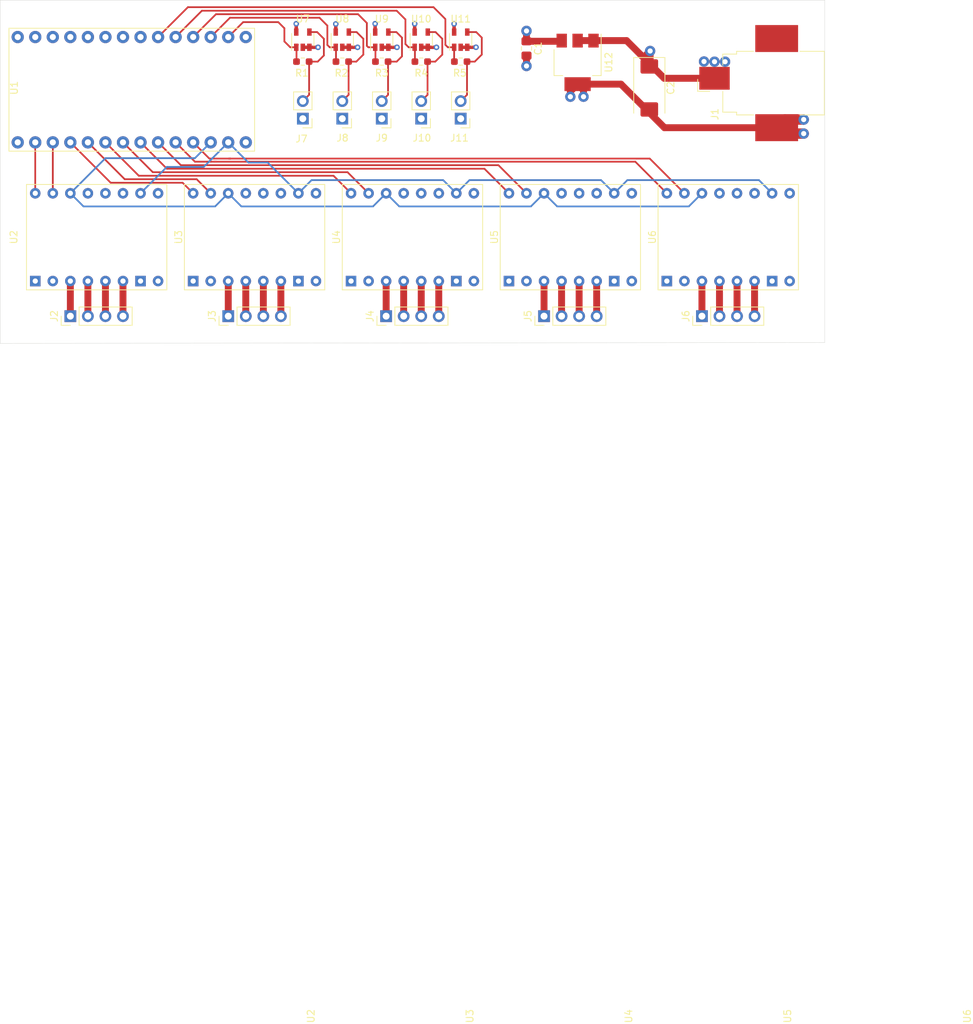
<source format=kicad_pcb>
(kicad_pcb (version 20171130) (host pcbnew "(5.1.10)-1")
  (layers (0 F.Cu signal) (1 In1.Cu signal) (2 In2.Cu signal hide) (31 B.Cu signal) (34 B.Paste user) (35 F.Paste user) (36 B.SilkS user) (37 F.SilkS user) (38 B.Mask user) (39 F.Mask user) (44 Edge.Cuts user))
  (net 0 "")
  (net 1 GND)
  (net 2 +3V3)
  (net 3 "Net-(J1-Pad3)")
  (net 4 /Vin)
  (net 5 "Net-(J2-Pad4)")
  (net 6 "Net-(J2-Pad3)")
  (net 7 "Net-(J2-Pad2)")
  (net 8 "Net-(J2-Pad1)")
  (net 9 "Net-(J3-Pad4)")
  (net 10 "Net-(J3-Pad3)")
  (net 11 "Net-(J3-Pad2)")
  (net 12 "Net-(J3-Pad1)")
  (net 13 "Net-(J4-Pad4)")
  (net 14 "Net-(J4-Pad3)")
  (net 15 "Net-(J4-Pad2)")
  (net 16 "Net-(J4-Pad1)")
  (net 17 "Net-(J5-Pad4)")
  (net 18 "Net-(J5-Pad3)")
  (net 19 "Net-(J5-Pad2)")
  (net 20 "Net-(J5-Pad1)")
  (net 21 "Net-(J6-Pad4)")
  (net 22 "Net-(J6-Pad3)")
  (net 23 "Net-(J6-Pad2)")
  (net 24 "Net-(J6-Pad1)")
  (net 25 "Net-(J7-Pad2)")
  (net 26 "Net-(J8-Pad2)")
  (net 27 "Net-(J9-Pad2)")
  (net 28 "Net-(J10-Pad2)")
  (net 29 "Net-(J11-Pad2)")
  (net 30 /FSR0)
  (net 31 /FSR1)
  (net 32 /FSR2)
  (net 33 /FSR3)
  (net 34 /FSR4)
  (net 35 /Step0)
  (net 36 /Dir0)
  (net 37 /Step1)
  (net 38 /Dir1)
  (net 39 /Step2)
  (net 40 /Dir2)
  (net 41 /Step3)
  (net 42 /Dir3)
  (net 43 /Step4)
  (net 44 /Dir4)
  (net 45 /Stdby)
  (net 46 /M1)
  (net 47 "Net-(U1-Pad28)")
  (net 48 "Net-(U1-Pad27)")
  (net 49 /M2)
  (net 50 "Net-(U1-Pad15)")
  (net 51 "Net-(U2-Pad13)")
  (net 52 "Net-(U2-Pad12)")
  (net 53 "Net-(U3-Pad13)")
  (net 54 "Net-(U3-Pad12)")
  (net 55 "Net-(U4-Pad13)")
  (net 56 "Net-(U4-Pad12)")
  (net 57 "Net-(U5-Pad13)")
  (net 58 "Net-(U5-Pad12)")
  (net 59 "Net-(U6-Pad13)")
  (net 60 "Net-(U6-Pad12)")
  (net 61 "Net-(U1-Pad25)")
  (net 62 "Net-(U1-Pad24)")
  (net 63 "Net-(U1-Pad23)")
  (net 64 "Net-(U1-Pad22)")
  (net 65 "Net-(U1-Pad21)")
  (module Capacitor_Tantalum_SMD:CP_EIA-7343-30_AVX-N (layer F.Cu) (at 93.98 12.7 270)
    (fp_text reference C2 (at 0 -3.1 90) (layer F.SilkS))
    (fp_text value 100u)
    (pad 2 smd roundrect (at 3.1125 0 270) (size 2.075 2.55) (layers F.Cu F.Paste F.Mask) (roundrect_rratio 0.120482) (net 1 GND))
    (pad 1 smd roundrect (at -3.1125 0 270) (size 2.075 2.55) (layers F.Cu F.Paste F.Mask) (roundrect_rratio 0.120482) (net 4 /Vin))
  )
  (module custom:Teensy3.2_simple (layer F.Cu) (at 19.05 12.954 90)
    (fp_text reference U1 (at 0.254 -17.018 90) (layer F.SilkS))
    (fp_text value Teensy.32_simple)
    (pad 28 thru_hole circle (at 7.62 -16.51 90) (size 1.778 1.778) (drill 0.889) (layers *.Cu *.Mask) (net 47 "Net-(U1-Pad28)"))
    (pad 27 thru_hole circle (at 7.62 -13.97 90) (size 1.778 1.778) (drill 0.889) (layers *.Cu *.Mask) (net 48 "Net-(U1-Pad27)"))
    (pad 26 thru_hole circle (at 7.62 -11.43 90) (size 1.778 1.778) (drill 0.889) (layers *.Cu *.Mask) (net 2 +3V3))
    (pad 25 thru_hole circle (at 7.62 -8.89 90) (size 1.778 1.778) (drill 0.889) (layers *.Cu *.Mask) (net 61 "Net-(U1-Pad25)"))
    (pad 24 thru_hole circle (at 7.62 -6.35 90) (size 1.778 1.778) (drill 0.889) (layers *.Cu *.Mask) (net 62 "Net-(U1-Pad24)"))
    (pad 23 thru_hole circle (at 7.62 -3.81 90) (size 1.778 1.778) (drill 0.889) (layers *.Cu *.Mask) (net 63 "Net-(U1-Pad23)"))
    (pad 22 thru_hole circle (at 7.62 -1.27 90) (size 1.778 1.778) (drill 0.889) (layers *.Cu *.Mask) (net 64 "Net-(U1-Pad22)"))
    (pad 21 thru_hole circle (at 7.62 1.27 90) (size 1.778 1.778) (drill 0.889) (layers *.Cu *.Mask) (net 65 "Net-(U1-Pad21)"))
    (pad 20 thru_hole circle (at 7.62 3.81 90) (size 1.778 1.778) (drill 0.889) (layers *.Cu *.Mask) (net 34 /FSR4))
    (pad 19 thru_hole circle (at 7.62 6.35 90) (size 1.778 1.778) (drill 0.889) (layers *.Cu *.Mask) (net 33 /FSR3))
    (pad 18 thru_hole circle (at 7.62 8.89 90) (size 1.778 1.778) (drill 0.889) (layers *.Cu *.Mask) (net 32 /FSR2))
    (pad 17 thru_hole circle (at 7.62 11.43 90) (size 1.778 1.778) (drill 0.889) (layers *.Cu *.Mask) (net 31 /FSR1))
    (pad 16 thru_hole circle (at 7.62 13.97 90) (size 1.778 1.778) (drill 0.889) (layers *.Cu *.Mask) (net 30 /FSR0))
    (pad 15 thru_hole circle (at 7.62 16.51 90) (size 1.778 1.778) (drill 0.889) (layers *.Cu *.Mask) (net 50 "Net-(U1-Pad15)"))
    (pad 14 thru_hole circle (at -7.62 16.51 90) (size 1.778 1.778) (drill 0.889) (layers *.Cu *.Mask) (net 49 /M2))
    (pad 13 thru_hole circle (at -7.62 13.97 90) (size 1.778 1.778) (drill 0.889) (layers *.Cu *.Mask) (net 46 /M1))
    (pad 12 thru_hole circle (at -7.62 11.43 90) (size 1.778 1.778) (drill 0.889) (layers *.Cu *.Mask) (net 45 /Stdby))
    (pad 11 thru_hole circle (at -7.62 8.89 90) (size 1.778 1.778) (drill 0.889) (layers *.Cu *.Mask) (net 43 /Step4))
    (pad 10 thru_hole circle (at -7.62 6.35 90) (size 1.778 1.778) (drill 0.889) (layers *.Cu *.Mask) (net 44 /Dir4))
    (pad 9 thru_hole circle (at -7.62 3.81 90) (size 1.778 1.778) (drill 0.889) (layers *.Cu *.Mask) (net 41 /Step3))
    (pad 8 thru_hole circle (at -7.62 1.27 90) (size 1.778 1.778) (drill 0.889) (layers *.Cu *.Mask) (net 42 /Dir3))
    (pad 7 thru_hole circle (at -7.62 -1.27 90) (size 1.778 1.778) (drill 0.889) (layers *.Cu *.Mask) (net 39 /Step2))
    (pad 6 thru_hole circle (at -7.62 -3.81 90) (size 1.778 1.778) (drill 0.889) (layers *.Cu *.Mask) (net 40 /Dir2))
    (pad 5 thru_hole circle (at -7.62 -6.35 90) (size 1.778 1.778) (drill 0.889) (layers *.Cu *.Mask) (net 37 /Step1))
    (pad 4 thru_hole circle (at -7.62 -8.89 90) (size 1.778 1.778) (drill 0.889) (layers *.Cu *.Mask) (net 38 /Dir1))
    (pad 3 thru_hole circle (at -7.62 -11.43 90) (size 1.778 1.778) (drill 0.889) (layers *.Cu *.Mask) (net 35 /Step0))
    (pad 2 thru_hole circle (at -7.62 -13.97 90) (size 1.778 1.778) (drill 0.889) (layers *.Cu *.Mask) (net 36 /Dir0))
    (pad 1 thru_hole circle (at -7.62 -16.51 90) (size 1.778 1.778) (drill 0.889) (layers *.Cu *.Mask) (net 1 GND))
  )
  (module custom:STSPIN220 (layer F.Cu) (at 105.41 34.29 90)
    (fp_text reference U6 (at 0 -11 90) (layer F.SilkS))
    (fp_text value STSPIN220)
    (pad 16 thru_hole circle (at 6.35 -8.89 90) (size 1.524 1.524) (drill 0.762) (layers *.Cu *.Mask) (net 44 /Dir4))
    (pad 15 thru_hole circle (at 6.35 -6.35 90) (size 1.524 1.524) (drill 0.762) (layers *.Cu *.Mask) (net 43 /Step4))
    (pad 14 thru_hole circle (at 6.35 -3.81 90) (size 1.524 1.524) (drill 0.762) (layers *.Cu *.Mask) (net 45 /Stdby))
    (pad 13 thru_hole circle (at 6.35 -1.27 90) (size 1.524 1.524) (drill 0.762) (layers *.Cu *.Mask) (net 59 "Net-(U6-Pad13)"))
    (pad 12 thru_hole circle (at 6.35 1.27 90) (size 1.524 1.524) (drill 0.762) (layers *.Cu *.Mask) (net 60 "Net-(U6-Pad12)"))
    (pad 11 thru_hole circle (at 6.35 3.81 90) (size 1.524 1.524) (drill 0.762) (layers *.Cu *.Mask) (net 1 GND))
    (pad 10 thru_hole circle (at 6.35 6.35 90) (size 1.524 1.524) (drill 0.762) (layers *.Cu *.Mask) (net 46 /M1))
    (pad 9 thru_hole circle (at 6.35 8.89 90) (size 1.524 1.524) (drill 0.762) (layers *.Cu *.Mask) (net 1 GND))
    (pad 8 thru_hole circle (at -6.35 8.89 90) (size 1.524 1.524) (drill 0.762) (layers *.Cu *.Mask) (net 4 /Vin))
    (pad 7 thru_hole rect (at -6.35 6.35 90) (size 1.524 1.524) (drill 0.762) (layers *.Cu *.Mask) (net 1 GND))
    (pad 6 thru_hole circle (at -6.35 3.81 90) (size 1.524 1.524) (drill 0.762) (layers *.Cu *.Mask) (net 21 "Net-(J6-Pad4)"))
    (pad 5 thru_hole circle (at -6.35 1.27 90) (size 1.524 1.524) (drill 0.762) (layers *.Cu *.Mask) (net 22 "Net-(J6-Pad3)"))
    (pad 4 thru_hole circle (at -6.35 -1.27 90) (size 1.524 1.524) (drill 0.762) (layers *.Cu *.Mask) (net 23 "Net-(J6-Pad2)"))
    (pad 3 thru_hole circle (at -6.35 -3.81 90) (size 1.524 1.524) (drill 0.762) (layers *.Cu *.Mask) (net 24 "Net-(J6-Pad1)"))
    (pad 2 thru_hole circle (at -6.35 -6.35 90) (size 1.524 1.524) (drill 0.762) (layers *.Cu *.Mask) (net 2 +3V3))
    (pad 1 thru_hole rect (at -6.35 -8.89 90) (size 1.524 1.524) (drill 0.762) (layers *.Cu *.Mask) (net 1 GND))
  )
  (module custom:STSPIN220 (layer F.Cu) (at 82.55 34.29 90)
    (fp_text reference U5 (at 0 -11 90) (layer F.SilkS))
    (fp_text value STSPIN220)
    (pad 16 thru_hole circle (at 6.35 -8.89 90) (size 1.524 1.524) (drill 0.762) (layers *.Cu *.Mask) (net 42 /Dir3))
    (pad 15 thru_hole circle (at 6.35 -6.35 90) (size 1.524 1.524) (drill 0.762) (layers *.Cu *.Mask) (net 41 /Step3))
    (pad 14 thru_hole circle (at 6.35 -3.81 90) (size 1.524 1.524) (drill 0.762) (layers *.Cu *.Mask) (net 45 /Stdby))
    (pad 13 thru_hole circle (at 6.35 -1.27 90) (size 1.524 1.524) (drill 0.762) (layers *.Cu *.Mask) (net 57 "Net-(U5-Pad13)"))
    (pad 12 thru_hole circle (at 6.35 1.27 90) (size 1.524 1.524) (drill 0.762) (layers *.Cu *.Mask) (net 58 "Net-(U5-Pad12)"))
    (pad 11 thru_hole circle (at 6.35 3.81 90) (size 1.524 1.524) (drill 0.762) (layers *.Cu *.Mask) (net 1 GND))
    (pad 10 thru_hole circle (at 6.35 6.35 90) (size 1.524 1.524) (drill 0.762) (layers *.Cu *.Mask) (net 46 /M1))
    (pad 9 thru_hole circle (at 6.35 8.89 90) (size 1.524 1.524) (drill 0.762) (layers *.Cu *.Mask) (net 1 GND))
    (pad 8 thru_hole circle (at -6.35 8.89 90) (size 1.524 1.524) (drill 0.762) (layers *.Cu *.Mask) (net 4 /Vin))
    (pad 7 thru_hole rect (at -6.35 6.35 90) (size 1.524 1.524) (drill 0.762) (layers *.Cu *.Mask) (net 1 GND))
    (pad 6 thru_hole circle (at -6.35 3.81 90) (size 1.524 1.524) (drill 0.762) (layers *.Cu *.Mask) (net 17 "Net-(J5-Pad4)"))
    (pad 5 thru_hole circle (at -6.35 1.27 90) (size 1.524 1.524) (drill 0.762) (layers *.Cu *.Mask) (net 18 "Net-(J5-Pad3)"))
    (pad 4 thru_hole circle (at -6.35 -1.27 90) (size 1.524 1.524) (drill 0.762) (layers *.Cu *.Mask) (net 19 "Net-(J5-Pad2)"))
    (pad 3 thru_hole circle (at -6.35 -3.81 90) (size 1.524 1.524) (drill 0.762) (layers *.Cu *.Mask) (net 20 "Net-(J5-Pad1)"))
    (pad 2 thru_hole circle (at -6.35 -6.35 90) (size 1.524 1.524) (drill 0.762) (layers *.Cu *.Mask) (net 2 +3V3))
    (pad 1 thru_hole rect (at -6.35 -8.89 90) (size 1.524 1.524) (drill 0.762) (layers *.Cu *.Mask) (net 1 GND))
  )
  (module custom:STSPIN220 (layer F.Cu) (at 59.69 34.29 90)
    (fp_text reference U4 (at 0 -11 90) (layer F.SilkS))
    (fp_text value STSPIN220)
    (pad 16 thru_hole circle (at 6.35 -8.89 90) (size 1.524 1.524) (drill 0.762) (layers *.Cu *.Mask) (net 40 /Dir2))
    (pad 15 thru_hole circle (at 6.35 -6.35 90) (size 1.524 1.524) (drill 0.762) (layers *.Cu *.Mask) (net 39 /Step2))
    (pad 14 thru_hole circle (at 6.35 -3.81 90) (size 1.524 1.524) (drill 0.762) (layers *.Cu *.Mask) (net 45 /Stdby))
    (pad 13 thru_hole circle (at 6.35 -1.27 90) (size 1.524 1.524) (drill 0.762) (layers *.Cu *.Mask) (net 55 "Net-(U4-Pad13)"))
    (pad 12 thru_hole circle (at 6.35 1.27 90) (size 1.524 1.524) (drill 0.762) (layers *.Cu *.Mask) (net 56 "Net-(U4-Pad12)"))
    (pad 11 thru_hole circle (at 6.35 3.81 90) (size 1.524 1.524) (drill 0.762) (layers *.Cu *.Mask) (net 1 GND))
    (pad 10 thru_hole circle (at 6.35 6.35 90) (size 1.524 1.524) (drill 0.762) (layers *.Cu *.Mask) (net 46 /M1))
    (pad 9 thru_hole circle (at 6.35 8.89 90) (size 1.524 1.524) (drill 0.762) (layers *.Cu *.Mask) (net 1 GND))
    (pad 8 thru_hole circle (at -6.35 8.89 90) (size 1.524 1.524) (drill 0.762) (layers *.Cu *.Mask) (net 4 /Vin))
    (pad 7 thru_hole rect (at -6.35 6.35 90) (size 1.524 1.524) (drill 0.762) (layers *.Cu *.Mask) (net 1 GND))
    (pad 6 thru_hole circle (at -6.35 3.81 90) (size 1.524 1.524) (drill 0.762) (layers *.Cu *.Mask) (net 13 "Net-(J4-Pad4)"))
    (pad 5 thru_hole circle (at -6.35 1.27 90) (size 1.524 1.524) (drill 0.762) (layers *.Cu *.Mask) (net 14 "Net-(J4-Pad3)"))
    (pad 4 thru_hole circle (at -6.35 -1.27 90) (size 1.524 1.524) (drill 0.762) (layers *.Cu *.Mask) (net 15 "Net-(J4-Pad2)"))
    (pad 3 thru_hole circle (at -6.35 -3.81 90) (size 1.524 1.524) (drill 0.762) (layers *.Cu *.Mask) (net 16 "Net-(J4-Pad1)"))
    (pad 2 thru_hole circle (at -6.35 -6.35 90) (size 1.524 1.524) (drill 0.762) (layers *.Cu *.Mask) (net 2 +3V3))
    (pad 1 thru_hole rect (at -6.35 -8.89 90) (size 1.524 1.524) (drill 0.762) (layers *.Cu *.Mask) (net 1 GND))
  )
  (module custom:STSPIN220 (layer F.Cu) (at 36.83 34.29 90)
    (fp_text reference U3 (at 0 -11 90) (layer F.SilkS))
    (fp_text value STSPIN220)
    (pad 16 thru_hole circle (at 6.35 -8.89 90) (size 1.524 1.524) (drill 0.762) (layers *.Cu *.Mask) (net 38 /Dir1))
    (pad 15 thru_hole circle (at 6.35 -6.35 90) (size 1.524 1.524) (drill 0.762) (layers *.Cu *.Mask) (net 37 /Step1))
    (pad 14 thru_hole circle (at 6.35 -3.81 90) (size 1.524 1.524) (drill 0.762) (layers *.Cu *.Mask) (net 45 /Stdby))
    (pad 13 thru_hole circle (at 6.35 -1.27 90) (size 1.524 1.524) (drill 0.762) (layers *.Cu *.Mask) (net 53 "Net-(U3-Pad13)"))
    (pad 12 thru_hole circle (at 6.35 1.27 90) (size 1.524 1.524) (drill 0.762) (layers *.Cu *.Mask) (net 54 "Net-(U3-Pad12)"))
    (pad 11 thru_hole circle (at 6.35 3.81 90) (size 1.524 1.524) (drill 0.762) (layers *.Cu *.Mask) (net 1 GND))
    (pad 10 thru_hole circle (at 6.35 6.35 90) (size 1.524 1.524) (drill 0.762) (layers *.Cu *.Mask) (net 46 /M1))
    (pad 9 thru_hole circle (at 6.35 8.89 90) (size 1.524 1.524) (drill 0.762) (layers *.Cu *.Mask) (net 1 GND))
    (pad 8 thru_hole circle (at -6.35 8.89 90) (size 1.524 1.524) (drill 0.762) (layers *.Cu *.Mask) (net 4 /Vin))
    (pad 7 thru_hole rect (at -6.35 6.35 90) (size 1.524 1.524) (drill 0.762) (layers *.Cu *.Mask) (net 1 GND))
    (pad 6 thru_hole circle (at -6.35 3.81 90) (size 1.524 1.524) (drill 0.762) (layers *.Cu *.Mask) (net 9 "Net-(J3-Pad4)"))
    (pad 5 thru_hole circle (at -6.35 1.27 90) (size 1.524 1.524) (drill 0.762) (layers *.Cu *.Mask) (net 10 "Net-(J3-Pad3)"))
    (pad 4 thru_hole circle (at -6.35 -1.27 90) (size 1.524 1.524) (drill 0.762) (layers *.Cu *.Mask) (net 11 "Net-(J3-Pad2)"))
    (pad 3 thru_hole circle (at -6.35 -3.81 90) (size 1.524 1.524) (drill 0.762) (layers *.Cu *.Mask) (net 12 "Net-(J3-Pad1)"))
    (pad 2 thru_hole circle (at -6.35 -6.35 90) (size 1.524 1.524) (drill 0.762) (layers *.Cu *.Mask) (net 2 +3V3))
    (pad 1 thru_hole rect (at -6.35 -8.89 90) (size 1.524 1.524) (drill 0.762) (layers *.Cu *.Mask) (net 1 GND))
  )
  (module custom:STSPIN220 (layer F.Cu) (at 13.97 34.29 90)
    (fp_text reference U2 (at 0 -12 90) (layer F.SilkS))
    (fp_text value STSPIN220)
    (pad 16 thru_hole circle (at 6.35 -8.89 90) (size 1.524 1.524) (drill 0.762) (layers *.Cu *.Mask) (net 36 /Dir0))
    (pad 15 thru_hole circle (at 6.35 -6.35 90) (size 1.524 1.524) (drill 0.762) (layers *.Cu *.Mask) (net 35 /Step0))
    (pad 14 thru_hole circle (at 6.35 -3.81 90) (size 1.524 1.524) (drill 0.762) (layers *.Cu *.Mask) (net 45 /Stdby))
    (pad 13 thru_hole circle (at 6.35 -1.27 90) (size 1.524 1.524) (drill 0.762) (layers *.Cu *.Mask) (net 51 "Net-(U2-Pad13)"))
    (pad 12 thru_hole circle (at 6.35 1.27 90) (size 1.524 1.524) (drill 0.762) (layers *.Cu *.Mask) (net 52 "Net-(U2-Pad12)"))
    (pad 11 thru_hole circle (at 6.35 3.81 90) (size 1.524 1.524) (drill 0.762) (layers *.Cu *.Mask) (net 1 GND))
    (pad 10 thru_hole circle (at 6.35 6.35 90) (size 1.524 1.524) (drill 0.762) (layers *.Cu *.Mask) (net 46 /M1))
    (pad 9 thru_hole circle (at 6.35 8.89 90) (size 1.524 1.524) (drill 0.762) (layers *.Cu *.Mask) (net 1 GND))
    (pad 8 thru_hole circle (at -6.35 8.89 90) (size 1.524 1.524) (drill 0.762) (layers *.Cu *.Mask) (net 4 /Vin))
    (pad 7 thru_hole rect (at -6.35 6.35 90) (size 1.524 1.524) (drill 0.762) (layers *.Cu *.Mask) (net 1 GND))
    (pad 6 thru_hole circle (at -6.35 3.81 90) (size 1.524 1.524) (drill 0.762) (layers *.Cu *.Mask) (net 5 "Net-(J2-Pad4)"))
    (pad 5 thru_hole circle (at -6.35 1.27 90) (size 1.524 1.524) (drill 0.762) (layers *.Cu *.Mask) (net 6 "Net-(J2-Pad3)"))
    (pad 4 thru_hole circle (at -6.35 -1.27 90) (size 1.524 1.524) (drill 0.762) (layers *.Cu *.Mask) (net 7 "Net-(J2-Pad2)"))
    (pad 3 thru_hole circle (at -6.35 -3.81 90) (size 1.524 1.524) (drill 0.762) (layers *.Cu *.Mask) (net 8 "Net-(J2-Pad1)"))
    (pad 2 thru_hole circle (at -6.35 -6.35 90) (size 1.524 1.524) (drill 0.762) (layers *.Cu *.Mask) (net 2 +3V3))
    (pad 1 thru_hole rect (at -6.35 -8.89 90) (size 1.524 1.524) (drill 0.762) (layers *.Cu *.Mask) (net 1 GND))
  )
  (module Package_TO_SOT_SMD:SOT-223 (layer F.Cu) (at 83.6 9 270)
    (fp_text reference U12 (at 0 -4.5 90) (layer F.SilkS))
    (fp_text value MC33375)
    (pad 1 smd rect (at -3.15 -2.3 270) (size 2 1.5) (layers F.Cu F.Paste F.Mask) (net 4 /Vin))
    (pad 3 smd rect (at -3.15 2.3 270) (size 2 1.5) (layers F.Cu F.Paste F.Mask) (net 2 +3V3))
    (pad 2 smd rect (at -3.15 0 270) (size 2 1.5) (layers F.Cu F.Paste F.Mask) (net 4 /Vin))
    (pad 4 smd rect (at 3.15 0 270) (size 2 3.8) (layers F.Cu F.Paste F.Mask) (net 1 GND))
  )
  (module Package_TO_SOT_SMD:SOT-23-5 (layer F.Cu) (at 66.675 5.715 90)
    (fp_text reference U11 (at 3 0 180) (layer F.SilkS))
    (fp_text value TLV272)
    (pad 5 smd rect (at 1.1 -0.95 90) (size 1.06 0.65) (layers F.Cu F.Paste F.Mask) (net 4 /Vin))
    (pad 4 smd rect (at 1.1 0.95 90) (size 1.06 0.65) (layers F.Cu F.Paste F.Mask) (net 29 "Net-(J11-Pad2)"))
    (pad 3 smd rect (at -1.1 0.95 90) (size 1.06 0.65) (layers F.Cu F.Paste F.Mask) (net 1 GND))
    (pad 2 smd rect (at -1.1 0 90) (size 1.06 0.65) (layers F.Cu F.Paste F.Mask) (net 1 GND))
    (pad 1 smd rect (at -1.1 -0.95 90) (size 1.06 0.65) (layers F.Cu F.Paste F.Mask) (net 34 /FSR4))
  )
  (module Package_TO_SOT_SMD:SOT-23-5 (layer F.Cu) (at 60.96 5.715 90)
    (fp_text reference U10 (at 3 0 180) (layer F.SilkS))
    (fp_text value TLV272)
    (pad 5 smd rect (at 1.1 -0.95 90) (size 1.06 0.65) (layers F.Cu F.Paste F.Mask) (net 4 /Vin))
    (pad 4 smd rect (at 1.1 0.95 90) (size 1.06 0.65) (layers F.Cu F.Paste F.Mask) (net 28 "Net-(J10-Pad2)"))
    (pad 3 smd rect (at -1.1 0.95 90) (size 1.06 0.65) (layers F.Cu F.Paste F.Mask) (net 1 GND))
    (pad 2 smd rect (at -1.1 0 90) (size 1.06 0.65) (layers F.Cu F.Paste F.Mask) (net 1 GND))
    (pad 1 smd rect (at -1.1 -0.95 90) (size 1.06 0.65) (layers F.Cu F.Paste F.Mask) (net 33 /FSR3))
  )
  (module Package_TO_SOT_SMD:SOT-23-5 (layer F.Cu) (at 55.245 5.715 90)
    (fp_text reference U9 (at 3 0 180) (layer F.SilkS))
    (fp_text value TLV272)
    (pad 5 smd rect (at 1.1 -0.95 90) (size 1.06 0.65) (layers F.Cu F.Paste F.Mask) (net 4 /Vin))
    (pad 4 smd rect (at 1.1 0.95 90) (size 1.06 0.65) (layers F.Cu F.Paste F.Mask) (net 27 "Net-(J9-Pad2)"))
    (pad 3 smd rect (at -1.1 0.95 90) (size 1.06 0.65) (layers F.Cu F.Paste F.Mask) (net 1 GND))
    (pad 2 smd rect (at -1.1 0 90) (size 1.06 0.65) (layers F.Cu F.Paste F.Mask) (net 1 GND))
    (pad 1 smd rect (at -1.1 -0.95 90) (size 1.06 0.65) (layers F.Cu F.Paste F.Mask) (net 32 /FSR2))
  )
  (module Package_TO_SOT_SMD:SOT-23-5 (layer F.Cu) (at 49.53 5.715 90)
    (fp_text reference U8 (at 3 0 180) (layer F.SilkS))
    (fp_text value TLV272)
    (pad 5 smd rect (at 1.1 -0.95 90) (size 1.06 0.65) (layers F.Cu F.Paste F.Mask) (net 4 /Vin))
    (pad 4 smd rect (at 1.1 0.95 90) (size 1.06 0.65) (layers F.Cu F.Paste F.Mask) (net 26 "Net-(J8-Pad2)"))
    (pad 3 smd rect (at -1.1 0.95 90) (size 1.06 0.65) (layers F.Cu F.Paste F.Mask) (net 1 GND))
    (pad 2 smd rect (at -1.1 0 90) (size 1.06 0.65) (layers F.Cu F.Paste F.Mask) (net 1 GND))
    (pad 1 smd rect (at -1.1 -0.95 90) (size 1.06 0.65) (layers F.Cu F.Paste F.Mask) (net 31 /FSR1))
  )
  (module Package_TO_SOT_SMD:SOT-23-5 (layer F.Cu) (at 43.815 5.715 90)
    (fp_text reference U7 (at 3 0 180) (layer F.SilkS))
    (fp_text value TLV272)
    (pad 5 smd rect (at 1.1 -0.95 90) (size 1.06 0.65) (layers F.Cu F.Paste F.Mask) (net 4 /Vin))
    (pad 4 smd rect (at 1.1 0.95 90) (size 1.06 0.65) (layers F.Cu F.Paste F.Mask) (net 25 "Net-(J7-Pad2)"))
    (pad 3 smd rect (at -1.1 0.95 90) (size 1.06 0.65) (layers F.Cu F.Paste F.Mask) (net 1 GND))
    (pad 2 smd rect (at -1.1 0 90) (size 1.06 0.65) (layers F.Cu F.Paste F.Mask) (net 1 GND))
    (pad 1 smd rect (at -1.1 -0.95 90) (size 1.06 0.65) (layers F.Cu F.Paste F.Mask) (net 30 /FSR0))
  )
  (module Resistor_SMD:R_0603_1608Metric_Pad0.98x0.95mm_HandSolder (layer F.Cu) (at 66.675 8.89)
    (fp_text reference R5 (at -0.127 1.651) (layer F.SilkS))
    (fp_text value 2k2)
    (pad 2 smd roundrect (at 0.9125 0) (size 0.975 0.95) (layers F.Cu F.Paste F.Mask) (net 29 "Net-(J11-Pad2)"))
    (pad 1 smd roundrect (at -0.9125 0) (size 0.975 0.95) (layers F.Cu F.Paste F.Mask) (net 34 /FSR4))
  )
  (module Resistor_SMD:R_0603_1608Metric_Pad0.98x0.95mm_HandSolder (layer F.Cu) (at 60.96 8.89)
    (fp_text reference R4 (at 0 1.651) (layer F.SilkS))
    (fp_text value 2k2)
    (pad 2 smd roundrect (at 0.9125 0) (size 0.975 0.95) (layers F.Cu F.Paste F.Mask) (net 28 "Net-(J10-Pad2)"))
    (pad 1 smd roundrect (at -0.9125 0) (size 0.975 0.95) (layers F.Cu F.Paste F.Mask) (net 33 /FSR3))
  )
  (module Resistor_SMD:R_0603_1608Metric_Pad0.98x0.95mm_HandSolder (layer F.Cu) (at 55.245 8.89)
    (fp_text reference R3 (at 0 1.651) (layer F.SilkS))
    (fp_text value 2k2)
    (pad 2 smd roundrect (at 0.9125 0) (size 0.975 0.95) (layers F.Cu F.Paste F.Mask) (net 27 "Net-(J9-Pad2)"))
    (pad 1 smd roundrect (at -0.9125 0) (size 0.975 0.95) (layers F.Cu F.Paste F.Mask) (net 32 /FSR2))
  )
  (module Resistor_SMD:R_0603_1608Metric_Pad0.98x0.95mm_HandSolder (layer F.Cu) (at 49.53 8.89)
    (fp_text reference R2 (at -0.127 1.651) (layer F.SilkS))
    (fp_text value 2k2)
    (pad 2 smd roundrect (at 0.9125 0) (size 0.975 0.95) (layers F.Cu F.Paste F.Mask) (net 26 "Net-(J8-Pad2)"))
    (pad 1 smd roundrect (at -0.9125 0) (size 0.975 0.95) (layers F.Cu F.Paste F.Mask) (net 31 /FSR1))
  )
  (module Resistor_SMD:R_0603_1608Metric_Pad0.98x0.95mm_HandSolder (layer F.Cu) (at 43.815 8.89)
    (fp_text reference R1 (at -0.127 1.651) (layer F.SilkS))
    (fp_text value 2k2)
    (pad 2 smd roundrect (at 0.9125 0) (size 0.975 0.95) (layers F.Cu F.Paste F.Mask) (net 25 "Net-(J7-Pad2)"))
    (pad 1 smd roundrect (at -0.9125 0) (size 0.975 0.95) (layers F.Cu F.Paste F.Mask) (net 30 /FSR0))
  )
  (module Connector_PinHeader_2.54mm:PinHeader_1x02_P2.54mm_Vertical (layer F.Cu) (at 66.675 17.145 180)
    (fp_text reference J11 (at 0.182 -2.794) (layer F.SilkS))
    (fp_text value Conn_01x02_Male)
    (pad 2 thru_hole oval (at 0 2.54 180) (size 1.7 1.7) (drill 1) (layers *.Cu *.Mask) (net 29 "Net-(J11-Pad2)"))
    (pad 1 thru_hole rect (at 0 0 180) (size 1.7 1.7) (drill 1) (layers *.Cu *.Mask) (net 2 +3V3))
  )
  (module Connector_PinHeader_2.54mm:PinHeader_1x02_P2.54mm_Vertical (layer F.Cu) (at 60.96 17.145 180)
    (fp_text reference J10 (at -0.103 -2.794) (layer F.SilkS))
    (fp_text value Conn_01x02_Male)
    (pad 2 thru_hole oval (at 0 2.54 180) (size 1.7 1.7) (drill 1) (layers *.Cu *.Mask) (net 28 "Net-(J10-Pad2)"))
    (pad 1 thru_hole rect (at 0 0 180) (size 1.7 1.7) (drill 1) (layers *.Cu *.Mask) (net 2 +3V3))
  )
  (module Connector_PinHeader_2.54mm:PinHeader_1x02_P2.54mm_Vertical (layer F.Cu) (at 55.245 17.145 180)
    (fp_text reference J9 (at 0 -2.794) (layer F.SilkS))
    (fp_text value Conn_01x02_Male)
    (pad 2 thru_hole oval (at 0 2.54 180) (size 1.7 1.7) (drill 1) (layers *.Cu *.Mask) (net 27 "Net-(J9-Pad2)"))
    (pad 1 thru_hole rect (at 0 0 180) (size 1.7 1.7) (drill 1) (layers *.Cu *.Mask) (net 2 +3V3))
  )
  (module Connector_PinHeader_2.54mm:PinHeader_1x02_P2.54mm_Vertical (layer F.Cu) (at 49.53 17.145 180)
    (fp_text reference J8 (at -0.038 -2.794) (layer F.SilkS))
    (fp_text value Conn_01x02_Male)
    (pad 2 thru_hole oval (at 0 2.54 180) (size 1.7 1.7) (drill 1) (layers *.Cu *.Mask) (net 26 "Net-(J8-Pad2)"))
    (pad 1 thru_hole rect (at 0 0 180) (size 1.7 1.7) (drill 1) (layers *.Cu *.Mask) (net 2 +3V3))
  )
  (module Connector_PinHeader_2.54mm:PinHeader_1x02_P2.54mm_Vertical (layer F.Cu) (at 43.815 17.145 180)
    (fp_text reference J7 (at 0.185 -2.921) (layer F.SilkS))
    (fp_text value Conn_01x02_Male)
    (pad 2 thru_hole oval (at 0 2.54 180) (size 1.7 1.7) (drill 1) (layers *.Cu *.Mask) (net 25 "Net-(J7-Pad2)"))
    (pad 1 thru_hole rect (at 0 0 180) (size 1.7 1.7) (drill 1) (layers *.Cu *.Mask) (net 2 +3V3))
  )
  (module Connector_PinHeader_2.54mm:PinHeader_1x04_P2.54mm_Vertical (layer F.Cu) (at 101.6 45.72 90)
    (fp_text reference J6 (at 0 -2.33 90) (layer F.SilkS))
    (fp_text value Conn_01x04_Male)
    (pad 4 thru_hole oval (at 0 7.62 90) (size 1.7 1.7) (drill 1) (layers *.Cu *.Mask) (net 21 "Net-(J6-Pad4)"))
    (pad 3 thru_hole oval (at 0 5.08 90) (size 1.7 1.7) (drill 1) (layers *.Cu *.Mask) (net 22 "Net-(J6-Pad3)"))
    (pad 2 thru_hole oval (at 0 2.54 90) (size 1.7 1.7) (drill 1) (layers *.Cu *.Mask) (net 23 "Net-(J6-Pad2)"))
    (pad 1 thru_hole rect (at 0 0 90) (size 1.7 1.7) (drill 1) (layers *.Cu *.Mask) (net 24 "Net-(J6-Pad1)"))
  )
  (module Connector_PinHeader_2.54mm:PinHeader_1x04_P2.54mm_Vertical (layer F.Cu) (at 78.74 45.72 90)
    (fp_text reference J5 (at 0 -2.33 90) (layer F.SilkS))
    (fp_text value Conn_01x04_Male)
    (pad 4 thru_hole oval (at 0 7.62 90) (size 1.7 1.7) (drill 1) (layers *.Cu *.Mask) (net 17 "Net-(J5-Pad4)"))
    (pad 3 thru_hole oval (at 0 5.08 90) (size 1.7 1.7) (drill 1) (layers *.Cu *.Mask) (net 18 "Net-(J5-Pad3)"))
    (pad 2 thru_hole oval (at 0 2.54 90) (size 1.7 1.7) (drill 1) (layers *.Cu *.Mask) (net 19 "Net-(J5-Pad2)"))
    (pad 1 thru_hole rect (at 0 0 90) (size 1.7 1.7) (drill 1) (layers *.Cu *.Mask) (net 20 "Net-(J5-Pad1)"))
  )
  (module Connector_PinHeader_2.54mm:PinHeader_1x04_P2.54mm_Vertical (layer F.Cu) (at 55.88 45.72 90)
    (fp_text reference J4 (at 0 -2.33 90) (layer F.SilkS))
    (fp_text value Conn_01x04_Male)
    (pad 4 thru_hole oval (at 0 7.62 90) (size 1.7 1.7) (drill 1) (layers *.Cu *.Mask) (net 13 "Net-(J4-Pad4)"))
    (pad 3 thru_hole oval (at 0 5.08 90) (size 1.7 1.7) (drill 1) (layers *.Cu *.Mask) (net 14 "Net-(J4-Pad3)"))
    (pad 2 thru_hole oval (at 0 2.54 90) (size 1.7 1.7) (drill 1) (layers *.Cu *.Mask) (net 15 "Net-(J4-Pad2)"))
    (pad 1 thru_hole rect (at 0 0 90) (size 1.7 1.7) (drill 1) (layers *.Cu *.Mask) (net 16 "Net-(J4-Pad1)"))
  )
  (module Connector_PinHeader_2.54mm:PinHeader_1x04_P2.54mm_Vertical (layer F.Cu) (at 33.02 45.72 90)
    (fp_text reference J3 (at 0 -2.33 90) (layer F.SilkS))
    (fp_text value Conn_01x04_Male)
    (pad 4 thru_hole oval (at 0 7.62 90) (size 1.7 1.7) (drill 1) (layers *.Cu *.Mask) (net 9 "Net-(J3-Pad4)"))
    (pad 3 thru_hole oval (at 0 5.08 90) (size 1.7 1.7) (drill 1) (layers *.Cu *.Mask) (net 10 "Net-(J3-Pad3)"))
    (pad 2 thru_hole oval (at 0 2.54 90) (size 1.7 1.7) (drill 1) (layers *.Cu *.Mask) (net 11 "Net-(J3-Pad2)"))
    (pad 1 thru_hole rect (at 0 0 90) (size 1.7 1.7) (drill 1) (layers *.Cu *.Mask) (net 12 "Net-(J3-Pad1)"))
  )
  (module Connector_PinHeader_2.54mm:PinHeader_1x04_P2.54mm_Vertical (layer F.Cu) (at 10.16 45.72 90)
    (fp_text reference J2 (at 0 -2.33 90) (layer F.SilkS))
    (fp_text value Conn_01x04_Male)
    (pad 4 thru_hole oval (at 0 7.62 90) (size 1.7 1.7) (drill 1) (layers *.Cu *.Mask) (net 5 "Net-(J2-Pad4)"))
    (pad 3 thru_hole oval (at 0 5.08 90) (size 1.7 1.7) (drill 1) (layers *.Cu *.Mask) (net 6 "Net-(J2-Pad3)"))
    (pad 2 thru_hole oval (at 0 2.54 90) (size 1.7 1.7) (drill 1) (layers *.Cu *.Mask) (net 7 "Net-(J2-Pad2)"))
    (pad 1 thru_hole rect (at 0 0 90) (size 1.7 1.7) (drill 1) (layers *.Cu *.Mask) (net 8 "Net-(J2-Pad1)"))
  )
  (module Connector_BarrelJack:BarrelJack_CUI_PJ-036AH-SMT_Horizontal (layer F.Cu) (at 109.22 12 90)
    (fp_text reference J1 (at -4.5 -5.75 90) (layer F.SilkS))
    (fp_text value Barrel_Jack_Switch)
    (pad "" np_thru_hole circle (at 0 7 90) (size 2 2) (drill 2) (layers *.Cu *.Mask))
    (pad 3 smd rect (at 6.45 3.2 90) (size 3.9 6.2) (layers F.Cu F.Paste F.Mask) (net 3 "Net-(J1-Pad3)"))
    (pad 2 smd rect (at -6.45 3.2 90) (size 3.9 6.2) (layers F.Cu F.Paste F.Mask) (net 1 GND))
    (pad 1 smd rect (at 0.7 -5.8 90) (size 3.3 4.4) (layers F.Cu F.Paste F.Mask) (net 4 /Vin))
  )
  (module Capacitor_SMD:C_0805_2012Metric_Pad1.18x1.45mm_HandSolder (layer F.Cu) (at 76.2 6.985 270)
    (fp_text reference C1 (at 0 -1.68 90) (layer F.SilkS))
    (fp_text value 10u)
    (pad 2 smd roundrect (at 1.0375 0 270) (size 1.175 1.45) (layers F.Cu F.Paste F.Mask) (roundrect_rratio 0.212766) (net 1 GND))
    (pad 1 smd roundrect (at -1.0375 0 270) (size 1.175 1.45) (layers F.Cu F.Paste F.Mask) (roundrect_rratio 0.212766) (net 2 +3V3))
  )
  (module "custom:Pololu STSPIN220" (layer F.Cu) (at 63.974999 124.182999)
    (fp_text reference U6 (at 76.025001 22.817001 90) (layer F.SilkS))
    (fp_text value Pololu_STSPIN220)
  )
  (module "custom:Pololu STSPIN220" (layer F.Cu) (at 97.074999 114.072999)
    (fp_text reference U5 (at 16.925001 32.927001 90) (layer F.SilkS))
    (fp_text value Pololu_STSPIN220)
  )
  (module "custom:Pololu STSPIN220" (layer F.Cu) (at 79.584999 124.182999)
    (fp_text reference U4 (at 11.415001 22.817001 90) (layer F.SilkS))
    (fp_text value Pololu_STSPIN220)
  )
  (module "custom:Pololu STSPIN220" (layer F.Cu) (at 78.084999 124.182999)
    (fp_text reference U3 (at -10.084999 22.817001 90) (layer F.SilkS))
    (fp_text value Pololu_STSPIN220)
  )
  (module "custom:Pololu STSPIN220" (layer F.Cu) (at 65.474999 124.182999)
    (fp_text reference U2 (at -20.474999 22.817001 90) (layer F.SilkS))
    (fp_text value Pololu_STSPIN220)
  )
  (gr_line (start 119.38 0) (end 0 0) (layer Edge.Cuts) (width 0.05))
  (gr_line (start 119.38 49.53) (end 119.38 0) (layer Edge.Cuts) (width 0.05))
  (gr_line (start 0 49.657) (end 119.38 49.53) (layer Edge.Cuts) (width 0.05))
  (gr_line (start 0 0) (end 0 49.657) (layer Edge.Cuts) (width 0.05))
  (via (at 101.9 8.875) (size 1.5) (drill 0.75) (layers F.Cu B.Cu) (net 4))
  (via (at 103.42 8.9) (size 1.5) (drill 0.75) (layers F.Cu B.Cu) (net 4))
  (via (at 104.95 8.9) (size 1.5) (drill 0.75) (layers F.Cu B.Cu) (net 4))
  (via (at 94.1 7.35) (size 1.5) (drill 0.75) (layers F.Cu B.Cu) (net 4))
  (via (at 68.88988 6.81228) (size 0.8) (drill 0.4) (layers F.Cu B.Cu) (net 1))
  (via (at 63.16218 6.8199) (size 0.8) (drill 0.4) (layers F.Cu B.Cu) (net 1))
  (via (at 51.74234 6.8199) (size 0.8) (drill 0.4) (layers F.Cu B.Cu) (net 1))
  (via (at 46.01972 6.8199) (size 0.8) (drill 0.4) (layers F.Cu B.Cu) (net 1))
  (via (at 82.55 13.97) (size 1.5) (drill 0.75) (layers F.Cu B.Cu) (net 1))
  (via (at 84.455 13.97) (size 1.5) (drill 0.75) (layers F.Cu B.Cu) (net 1))
  (via (at 76.2 9.525) (size 1.5) (drill 0.75) (layers F.Cu B.Cu) (net 1))
  (segment (start 116.332 17.272) (end 116.332 17.272) (width 1.5) (layer B.Cu) (net 1))
  (via (at 116.332 17.272) (size 1.5) (drill 0.75) (layers F.Cu B.Cu) (net 1))
  (via (at 116.332 19.304) (size 1.5) (drill 0.75) (layers F.Cu B.Cu) (net 1))
  (segment (start 113.598 17.272) (end 112.42 18.45) (width 1.5) (layer F.Cu) (net 1))
  (segment (start 116.332 17.272) (end 113.598 17.272) (width 1.5) (layer F.Cu) (net 1))
  (segment (start 113.274 19.304) (end 112.42 18.45) (width 1.5) (layer F.Cu) (net 1))
  (segment (start 116.332 19.304) (end 113.274 19.304) (width 1.5) (layer F.Cu) (net 1))
  (segment (start 83.6 12.15) (end 89.874 12.15) (width 1) (layer F.Cu) (net 1))
  (segment (start 96.174 18.45) (end 112.42 18.45) (width 1) (layer F.Cu) (net 1))
  (segment (start 89.874 12.15) (end 96.174 18.45) (width 1) (layer F.Cu) (net 1))
  (segment (start 76.2 8.0225) (end 76.2 9.525) (width 1) (layer F.Cu) (net 1))
  (segment (start 82.55 13.2) (end 83.6 12.15) (width 1) (layer F.Cu) (net 1))
  (segment (start 82.55 13.97) (end 82.55 13.2) (width 1) (layer F.Cu) (net 1))
  (segment (start 84.455 13.005) (end 83.6 12.15) (width 1) (layer F.Cu) (net 1))
  (segment (start 84.455 13.97) (end 84.455 13.005) (width 1) (layer F.Cu) (net 1))
  (segment (start 55.0875 6.4695) (end 55.05 6.432) (width 0.25) (layer F.Cu) (net 1))
  (segment (start 61.0875 6.4695) (end 61.05 6.432) (width 0.25) (layer F.Cu) (net 1))
  (segment (start 67.62772 6.81228) (end 67.625 6.815) (width 0.5) (layer F.Cu) (net 1))
  (segment (start 68.88988 6.81228) (end 67.62772 6.81228) (width 0.5) (layer F.Cu) (net 1))
  (segment (start 67.625 6.815) (end 66.675 6.815) (width 0.5) (layer F.Cu) (net 1))
  (segment (start 61.9149 6.8199) (end 61.91 6.815) (width 0.5) (layer F.Cu) (net 1))
  (segment (start 63.16218 6.8199) (end 61.9149 6.8199) (width 0.5) (layer F.Cu) (net 1))
  (segment (start 61.91 6.815) (end 60.96 6.815) (width 0.5) (layer F.Cu) (net 1))
  (via (at 57.44718 6.81736) (size 0.8) (drill 0.4) (layers F.Cu B.Cu) (net 1))
  (segment (start 56.19736 6.81736) (end 56.195 6.815) (width 0.5) (layer F.Cu) (net 1))
  (segment (start 57.44718 6.81736) (end 56.19736 6.81736) (width 0.5) (layer F.Cu) (net 1))
  (segment (start 56.195 6.815) (end 55.245 6.815) (width 0.5) (layer F.Cu) (net 1))
  (segment (start 50.4849 6.8199) (end 50.48 6.815) (width 0.5) (layer F.Cu) (net 1))
  (segment (start 51.74234 6.8199) (end 50.4849 6.8199) (width 0.5) (layer F.Cu) (net 1))
  (segment (start 50.48 6.815) (end 49.53 6.815) (width 0.5) (layer F.Cu) (net 1))
  (segment (start 44.7699 6.8199) (end 44.765 6.815) (width 0.5) (layer F.Cu) (net 1))
  (segment (start 46.01972 6.8199) (end 44.7699 6.8199) (width 0.5) (layer F.Cu) (net 1))
  (segment (start 44.765 6.815) (end 43.815 6.815) (width 0.5) (layer F.Cu) (net 1))
  (via (at 76.2 4.445) (size 1.5) (drill 0.75) (layers F.Cu B.Cu) (net 2))
  (segment (start 81.2025 5.9475) (end 76.2 5.9475) (width 1) (layer F.Cu) (net 2))
  (segment (start 81.3 5.85) (end 81.2025 5.9475) (width 1) (layer F.Cu) (net 2))
  (segment (start 76.2 4.445) (end 76.2 5.9475) (width 1) (layer F.Cu) (net 2))
  (via (at 42.86504 3.41122) (size 0.8) (drill 0.4) (layers F.Cu B.Cu) (net 4))
  (via (at 48.58766 3.4417) (size 0.8) (drill 0.4) (layers F.Cu B.Cu) (net 4))
  (via (at 54.28742 3.40106) (size 0.8) (drill 0.4) (layers F.Cu B.Cu) (net 4))
  (via (at 60.01004 3.41884) (size 0.8) (drill 0.4) (layers F.Cu B.Cu) (net 4))
  (via (at 65.71996 3.42646) (size 0.8) (drill 0.4) (layers F.Cu B.Cu) (net 4))
  (segment (start 103.42 11.3) (end 96.136 11.3) (width 1) (layer F.Cu) (net 4))
  (segment (start 90.686 5.85) (end 85.9 5.85) (width 1) (layer F.Cu) (net 4))
  (segment (start 85.9 5.85) (end 83.6 5.85) (width 1) (layer F.Cu) (net 4))
  (segment (start 42.86504 4.61496) (end 42.865 4.615) (width 0.5) (layer F.Cu) (net 4))
  (segment (start 42.86504 3.41122) (end 42.86504 4.61496) (width 0.5) (layer F.Cu) (net 4))
  (segment (start 48.58766 4.60734) (end 48.58 4.615) (width 0.5) (layer F.Cu) (net 4))
  (segment (start 48.58766 3.4417) (end 48.58766 4.60734) (width 0.5) (layer F.Cu) (net 4))
  (segment (start 54.28742 4.60742) (end 54.295 4.615) (width 0.5) (layer F.Cu) (net 4))
  (segment (start 54.28742 3.40106) (end 54.28742 4.60742) (width 0.5) (layer F.Cu) (net 4))
  (segment (start 60.01004 4.61496) (end 60.01 4.615) (width 0.5) (layer F.Cu) (net 4))
  (segment (start 60.01004 3.41884) (end 60.01004 4.61496) (width 0.5) (layer F.Cu) (net 4))
  (segment (start 65.71996 4.60996) (end 65.725 4.615) (width 0.5) (layer F.Cu) (net 4))
  (segment (start 65.71996 3.42646) (end 65.71996 4.60996) (width 0.5) (layer F.Cu) (net 4))
  (segment (start 94.1 9.4675) (end 93.98 9.5875) (width 1) (layer F.Cu) (net 4))
  (segment (start 94.1 7.35) (end 94.1 9.4675) (width 1) (layer F.Cu) (net 4))
  (segment (start 93.343 8.107) (end 92.943 8.107) (width 1) (layer F.Cu) (net 4))
  (segment (start 94.1 7.35) (end 93.343 8.107) (width 1) (layer F.Cu) (net 4))
  (segment (start 92.943 8.107) (end 90.686 5.85) (width 1) (layer F.Cu) (net 4))
  (segment (start 96.136 11.3) (end 92.943 8.107) (width 1) (layer F.Cu) (net 4))
  (segment (start 17.78 40.64) (end 17.78 45.72) (width 1) (layer F.Cu) (net 5))
  (segment (start 15.24 40.64) (end 15.24 45.72) (width 1) (layer F.Cu) (net 6))
  (segment (start 12.7 40.64) (end 12.7 45.72) (width 1) (layer F.Cu) (net 7))
  (segment (start 10.16 40.64) (end 10.16 45.72) (width 1) (layer F.Cu) (net 8))
  (segment (start 40.64 40.64) (end 40.64 45.72) (width 1) (layer F.Cu) (net 9))
  (segment (start 38.1 40.64) (end 38.1 45.72) (width 1) (layer F.Cu) (net 10))
  (segment (start 35.56 40.64) (end 35.56 45.72) (width 1) (layer F.Cu) (net 11))
  (segment (start 33.02 40.64) (end 33.02 45.72) (width 1) (layer F.Cu) (net 12))
  (segment (start 63.5 40.64) (end 63.5 45.72) (width 1) (layer F.Cu) (net 13))
  (segment (start 60.96 40.64) (end 60.96 45.72) (width 1) (layer F.Cu) (net 14))
  (segment (start 58.42 40.64) (end 58.42 45.72) (width 1) (layer F.Cu) (net 15))
  (segment (start 55.88 40.64) (end 55.88 45.72) (width 1) (layer F.Cu) (net 16))
  (segment (start 86.36 40.64) (end 86.36 45.72) (width 1) (layer F.Cu) (net 17))
  (segment (start 83.82 40.64) (end 83.82 45.72) (width 1) (layer F.Cu) (net 18))
  (segment (start 81.28 40.64) (end 81.28 45.72) (width 1) (layer F.Cu) (net 19))
  (segment (start 78.74 40.64) (end 78.74 45.72) (width 1) (layer F.Cu) (net 20))
  (segment (start 109.22 40.64) (end 109.22 45.72) (width 1) (layer F.Cu) (net 21))
  (segment (start 106.68 40.64) (end 106.68 45.72) (width 1) (layer F.Cu) (net 22))
  (segment (start 104.14 40.64) (end 104.14 45.72) (width 1) (layer F.Cu) (net 23))
  (segment (start 101.6 40.64) (end 101.6 45.72) (width 1) (layer F.Cu) (net 24))
  (segment (start 44.765 4.615) (end 45.89 4.615) (width 0.25) (layer F.Cu) (net 25))
  (segment (start 45.89 4.615) (end 46.863 5.588) (width 0.25) (layer F.Cu) (net 25))
  (segment (start 46.863 5.588) (end 46.863 8.001) (width 0.25) (layer F.Cu) (net 25))
  (segment (start 45.974 8.89) (end 44.7275 8.89) (width 0.25) (layer F.Cu) (net 25))
  (segment (start 46.863 8.001) (end 45.974 8.89) (width 0.25) (layer F.Cu) (net 25))
  (segment (start 44.7275 13.6925) (end 43.815 14.605) (width 0.25) (layer F.Cu) (net 25))
  (segment (start 44.7275 8.89) (end 44.7275 13.6925) (width 0.25) (layer F.Cu) (net 25))
  (segment (start 50.48 4.615) (end 51.605 4.615) (width 0.25) (layer F.Cu) (net 26))
  (segment (start 51.605 4.615) (end 52.578 5.588) (width 0.25) (layer F.Cu) (net 26))
  (segment (start 52.578 5.588) (end 52.578 7.874) (width 0.25) (layer F.Cu) (net 26))
  (segment (start 51.562 8.89) (end 50.4425 8.89) (width 0.25) (layer F.Cu) (net 26))
  (segment (start 52.578 7.874) (end 51.562 8.89) (width 0.25) (layer F.Cu) (net 26))
  (segment (start 50.4425 13.6925) (end 49.53 14.605) (width 0.25) (layer F.Cu) (net 26))
  (segment (start 50.4425 8.89) (end 50.4425 13.6925) (width 0.25) (layer F.Cu) (net 26))
  (segment (start 56.195 4.615) (end 57.361 4.615) (width 0.25) (layer F.Cu) (net 27))
  (segment (start 57.361 4.615) (end 58.172181 5.426181) (width 0.25) (layer F.Cu) (net 27))
  (segment (start 58.172181 5.426181) (end 58.172181 8.121819) (width 0.25) (layer F.Cu) (net 27))
  (segment (start 57.404 8.89) (end 56.1575 8.89) (width 0.25) (layer F.Cu) (net 27))
  (segment (start 58.172181 8.121819) (end 57.404 8.89) (width 0.25) (layer F.Cu) (net 27))
  (segment (start 56.1575 13.6925) (end 55.245 14.605) (width 0.25) (layer F.Cu) (net 27))
  (segment (start 56.1575 8.89) (end 56.1575 13.6925) (width 0.25) (layer F.Cu) (net 27))
  (segment (start 61.91 4.615) (end 63.035 4.615) (width 0.25) (layer F.Cu) (net 28))
  (segment (start 63.035 4.615) (end 64.008 5.588) (width 0.25) (layer F.Cu) (net 28))
  (segment (start 64.008 5.588) (end 64.008 7.874) (width 0.25) (layer F.Cu) (net 28))
  (segment (start 62.992 8.89) (end 61.8725 8.89) (width 0.25) (layer F.Cu) (net 28))
  (segment (start 64.008 7.874) (end 62.992 8.89) (width 0.25) (layer F.Cu) (net 28))
  (segment (start 61.8725 13.6925) (end 60.96 14.605) (width 0.25) (layer F.Cu) (net 28))
  (segment (start 61.8725 8.89) (end 61.8725 13.6925) (width 0.25) (layer F.Cu) (net 28))
  (segment (start 68.707 8.89) (end 67.5875 8.89) (width 0.25) (layer F.Cu) (net 29))
  (segment (start 69.723 7.874) (end 68.707 8.89) (width 0.25) (layer F.Cu) (net 29))
  (segment (start 69.723 5.42) (end 69.723 7.874) (width 0.25) (layer F.Cu) (net 29))
  (segment (start 68.918 4.615) (end 69.723 5.42) (width 0.25) (layer F.Cu) (net 29))
  (segment (start 67.625 4.615) (end 68.918 4.615) (width 0.25) (layer F.Cu) (net 29))
  (segment (start 67.5875 13.6925) (end 66.675 14.605) (width 0.25) (layer F.Cu) (net 29))
  (segment (start 67.5875 8.89) (end 67.5875 13.6925) (width 0.25) (layer F.Cu) (net 29))
  (segment (start 43.0875 6.4695) (end 43.05 6.432) (width 0.25) (layer F.Cu) (net 30))
  (segment (start 42.9025 6.8525) (end 42.865 6.815) (width 0.25) (layer F.Cu) (net 30))
  (segment (start 42.9025 8.89) (end 42.9025 6.8525) (width 0.25) (layer F.Cu) (net 30))
  (segment (start 42.865 6.815) (end 41.994 6.815) (width 0.25) (layer F.Cu) (net 30))
  (segment (start 41.994 6.815) (end 41.148 5.969) (width 0.25) (layer F.Cu) (net 30))
  (segment (start 41.148 5.969) (end 41.148 4.064) (width 0.25) (layer F.Cu) (net 30))
  (segment (start 40.259 3.175) (end 41.148 4.064) (width 0.25) (layer F.Cu) (net 30))
  (segment (start 35.179 3.175) (end 40.259 3.175) (width 0.25) (layer F.Cu) (net 30))
  (segment (start 33.02 5.334) (end 35.179 3.175) (width 0.25) (layer F.Cu) (net 30))
  (segment (start 48.6175 6.8525) (end 48.58 6.815) (width 0.25) (layer F.Cu) (net 31))
  (segment (start 48.6175 8.89) (end 48.6175 6.8525) (width 0.25) (layer F.Cu) (net 31))
  (segment (start 33.274 2.54) (end 30.48 5.334) (width 0.25) (layer F.Cu) (net 31))
  (segment (start 47.371 3.683) (end 46.228 2.54) (width 0.25) (layer F.Cu) (net 31))
  (segment (start 46.228 2.54) (end 33.274 2.54) (width 0.25) (layer F.Cu) (net 31))
  (segment (start 47.371 6.477) (end 47.371 3.683) (width 0.25) (layer F.Cu) (net 31))
  (segment (start 47.709 6.815) (end 47.371 6.477) (width 0.25) (layer F.Cu) (net 31))
  (segment (start 48.58 6.815) (end 47.709 6.815) (width 0.25) (layer F.Cu) (net 31))
  (segment (start 54.3325 6.8525) (end 54.295 6.815) (width 0.25) (layer F.Cu) (net 32))
  (segment (start 54.3325 8.89) (end 54.3325 6.8525) (width 0.25) (layer F.Cu) (net 32))
  (segment (start 31.242 2.032) (end 27.94 5.334) (width 0.25) (layer F.Cu) (net 32))
  (segment (start 51.816 2.032) (end 31.242 2.032) (width 0.25) (layer F.Cu) (net 32))
  (segment (start 53.086 3.302) (end 51.816 2.032) (width 0.25) (layer F.Cu) (net 32))
  (segment (start 53.086 6.604) (end 53.086 3.302) (width 0.25) (layer F.Cu) (net 32))
  (segment (start 53.297 6.815) (end 53.086 6.604) (width 0.25) (layer F.Cu) (net 32))
  (segment (start 54.295 6.815) (end 53.297 6.815) (width 0.25) (layer F.Cu) (net 32))
  (segment (start 60.0475 6.8525) (end 60.01 6.815) (width 0.25) (layer F.Cu) (net 33))
  (segment (start 60.0475 8.89) (end 60.0475 6.8525) (width 0.25) (layer F.Cu) (net 33))
  (segment (start 29.21 1.524) (end 25.4 5.334) (width 0.25) (layer F.Cu) (net 33))
  (segment (start 57.404 1.524) (end 29.21 1.524) (width 0.25) (layer F.Cu) (net 33))
  (segment (start 58.674 2.794) (end 57.404 1.524) (width 0.25) (layer F.Cu) (net 33))
  (segment (start 58.674 6.35) (end 58.674 2.794) (width 0.25) (layer F.Cu) (net 33))
  (segment (start 59.139 6.815) (end 58.674 6.35) (width 0.25) (layer F.Cu) (net 33))
  (segment (start 60.01 6.815) (end 59.139 6.815) (width 0.25) (layer F.Cu) (net 33))
  (segment (start 65.725 8.8525) (end 65.7625 8.89) (width 0.25) (layer F.Cu) (net 34))
  (segment (start 65.725 6.815) (end 65.725 8.8525) (width 0.25) (layer F.Cu) (net 34))
  (segment (start 27.178 1.016) (end 22.86 5.334) (width 0.25) (layer F.Cu) (net 34))
  (segment (start 62.738 1.016) (end 27.178 1.016) (width 0.25) (layer F.Cu) (net 34))
  (segment (start 65.725 6.815) (end 64.813 6.815) (width 0.25) (layer F.Cu) (net 34))
  (segment (start 64.813 6.815) (end 64.45801 6.46001) (width 0.25) (layer F.Cu) (net 34))
  (segment (start 64.45801 6.46001) (end 64.45801 2.73601) (width 0.25) (layer F.Cu) (net 34))
  (segment (start 64.389 2.667) (end 62.738 1.016) (width 0.25) (layer F.Cu) (net 34))
  (segment (start 7.62 20.574) (end 7.62 27.94) (width 0.25) (layer F.Cu) (net 35))
  (segment (start 5.08 20.574) (end 5.08 27.94) (width 0.25) (layer F.Cu) (net 36))
  (segment (start 28.448 25.908) (end 30.48 27.94) (width 0.25) (layer F.Cu) (net 37))
  (segment (start 18.034 25.908) (end 28.448 25.908) (width 0.25) (layer F.Cu) (net 37))
  (segment (start 12.7 20.574) (end 18.034 25.908) (width 0.25) (layer F.Cu) (net 37))
  (segment (start 26.416 26.416) (end 27.94 27.94) (width 0.25) (layer F.Cu) (net 38))
  (segment (start 16.002 26.416) (end 26.416 26.416) (width 0.25) (layer F.Cu) (net 38))
  (segment (start 10.16 20.574) (end 16.002 26.416) (width 0.25) (layer F.Cu) (net 38))
  (segment (start 50.292 24.892) (end 53.34 27.94) (width 0.25) (layer F.Cu) (net 39))
  (segment (start 22.098 24.892) (end 50.292 24.892) (width 0.25) (layer F.Cu) (net 39))
  (segment (start 17.78 20.574) (end 22.098 24.892) (width 0.25) (layer F.Cu) (net 39))
  (segment (start 20.066 25.4) (end 48.26 25.4) (width 0.25) (layer F.Cu) (net 40))
  (segment (start 48.26 25.4) (end 50.8 27.94) (width 0.25) (layer F.Cu) (net 40))
  (segment (start 15.24 20.574) (end 20.066 25.4) (width 0.25) (layer F.Cu) (net 40))
  (segment (start 72.136 23.876) (end 76.2 27.94) (width 0.25) (layer F.Cu) (net 41))
  (segment (start 26.162 23.876) (end 72.136 23.876) (width 0.25) (layer F.Cu) (net 41))
  (segment (start 22.86 20.574) (end 26.162 23.876) (width 0.25) (layer F.Cu) (net 41))
  (segment (start 70.104 24.384) (end 73.66 27.94) (width 0.25) (layer F.Cu) (net 42))
  (segment (start 24.13 24.384) (end 70.104 24.384) (width 0.25) (layer F.Cu) (net 42))
  (segment (start 20.32 20.574) (end 24.13 24.384) (width 0.25) (layer F.Cu) (net 42))
  (segment (start 94.03799 22.91799) (end 99.06 27.94) (width 0.25) (layer F.Cu) (net 43))
  (segment (start 30.28399 22.91799) (end 33.33199 22.91799) (width 0.25) (layer F.Cu) (net 43))
  (segment (start 27.94 20.574) (end 30.28399 22.91799) (width 0.25) (layer F.Cu) (net 43))
  (segment (start 33.33199 22.91799) (end 94.03799 22.91799) (width 0.25) (layer F.Cu) (net 43))
  (segment (start 33.07799 22.91799) (end 33.33199 22.91799) (width 0.25) (layer F.Cu) (net 43))
  (segment (start 91.948 23.368) (end 96.52 27.94) (width 0.25) (layer F.Cu) (net 44))
  (segment (start 25.4 20.574) (end 28.194 23.368) (width 0.25) (layer F.Cu) (net 44))
  (segment (start 30.48 23.368) (end 31.242 23.368) (width 0.25) (layer F.Cu) (net 44))
  (segment (start 28.194 23.368) (end 30.48 23.368) (width 0.25) (layer F.Cu) (net 44))
  (segment (start 31.242 23.368) (end 91.948 23.368) (width 0.25) (layer F.Cu) (net 44))
  (segment (start 30.988 23.368) (end 31.242 23.368) (width 0.25) (layer F.Cu) (net 44))
  (segment (start 30.48 20.574) (end 28.194 22.86) (width 0.25) (layer B.Cu) (net 45))
  (segment (start 15.24 22.86) (end 10.16 27.94) (width 0.25) (layer B.Cu) (net 45))
  (segment (start 28.194 22.86) (end 15.24 22.86) (width 0.25) (layer B.Cu) (net 45))
  (segment (start 10.16 27.94) (end 12.065 29.845) (width 0.25) (layer B.Cu) (net 45))
  (segment (start 31.115 29.845) (end 33.02 27.94) (width 0.25) (layer B.Cu) (net 45))
  (segment (start 12.065 29.845) (end 31.115 29.845) (width 0.25) (layer B.Cu) (net 45))
  (segment (start 33.02 27.94) (end 34.925 29.845) (width 0.25) (layer B.Cu) (net 45))
  (segment (start 53.975 29.845) (end 55.88 27.94) (width 0.25) (layer B.Cu) (net 45))
  (segment (start 34.925 29.845) (end 53.975 29.845) (width 0.25) (layer B.Cu) (net 45))
  (segment (start 55.88 27.94) (end 57.785 29.845) (width 0.25) (layer B.Cu) (net 45))
  (segment (start 76.835 29.845) (end 78.74 27.94) (width 0.25) (layer B.Cu) (net 45))
  (segment (start 57.785 29.845) (end 76.835 29.845) (width 0.25) (layer B.Cu) (net 45))
  (segment (start 78.74 27.94) (end 80.645 29.845) (width 0.25) (layer B.Cu) (net 45))
  (segment (start 99.695 29.845) (end 101.6 27.94) (width 0.25) (layer B.Cu) (net 45))
  (segment (start 80.645 29.845) (end 99.695 29.845) (width 0.25) (layer B.Cu) (net 45))
  (segment (start 33.02 20.574) (end 29.464 24.13) (width 0.25) (layer B.Cu) (net 46))
  (segment (start 24.13 24.13) (end 20.32 27.94) (width 0.25) (layer B.Cu) (net 46))
  (segment (start 29.464 24.13) (end 24.13 24.13) (width 0.25) (layer B.Cu) (net 46))
  (segment (start 33.02 20.574) (end 35.941 23.495) (width 0.25) (layer B.Cu) (net 46))
  (segment (start 38.735 23.495) (end 43.18 27.94) (width 0.25) (layer B.Cu) (net 46))
  (segment (start 35.941 23.495) (end 38.735 23.495) (width 0.25) (layer B.Cu) (net 46))
  (segment (start 43.18 27.94) (end 45.085 26.035) (width 0.25) (layer B.Cu) (net 46))
  (segment (start 64.135 26.035) (end 66.04 27.94) (width 0.25) (layer B.Cu) (net 46))
  (segment (start 45.085 26.035) (end 64.135 26.035) (width 0.25) (layer B.Cu) (net 46))
  (segment (start 66.04 27.94) (end 67.945 26.035) (width 0.25) (layer B.Cu) (net 46))
  (segment (start 86.995 26.035) (end 88.9 27.94) (width 0.25) (layer B.Cu) (net 46))
  (segment (start 67.945 26.035) (end 86.995 26.035) (width 0.25) (layer B.Cu) (net 46))
  (segment (start 88.9 27.94) (end 90.805 26.035) (width 0.25) (layer B.Cu) (net 46))
  (segment (start 109.855 26.035) (end 111.76 27.94) (width 0.25) (layer B.Cu) (net 46))
  (segment (start 90.805 26.035) (end 109.855 26.035) (width 0.25) (layer B.Cu) (net 46))
)
</source>
